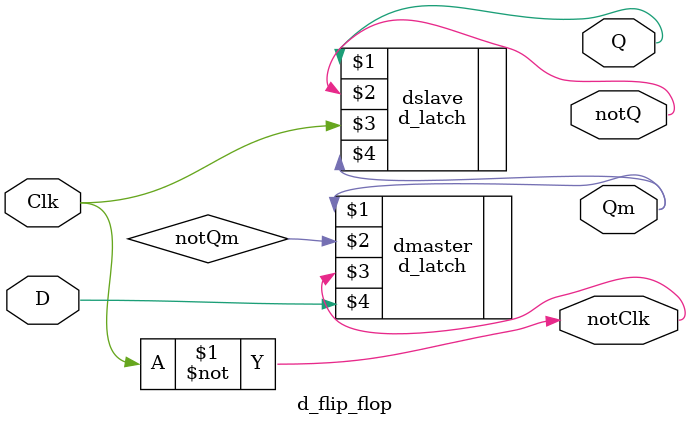
<source format=v>
`timescale 1ns/1ps

module d_flip_flop(Q,notQ, Clk, D,notClk, Qm);
    // declare all ports
    output wire Q, notQ; // outputs of slave
    input wire Clk, D;
    
    //intermediate nets
    output wire notClk;
    output wire Qm; // output of master
    // notQm is used in instantiation but left unconnected
    wire notQm;
    // instantiate the NOT gate
    not #2 (notClk, Clk);
    // instantiate D-latches
    d_latch dmaster(Qm,notQm, notClk, D);
    d_latch dslave(Q,notQ, Clk, Qm);
 endmodule
</source>
